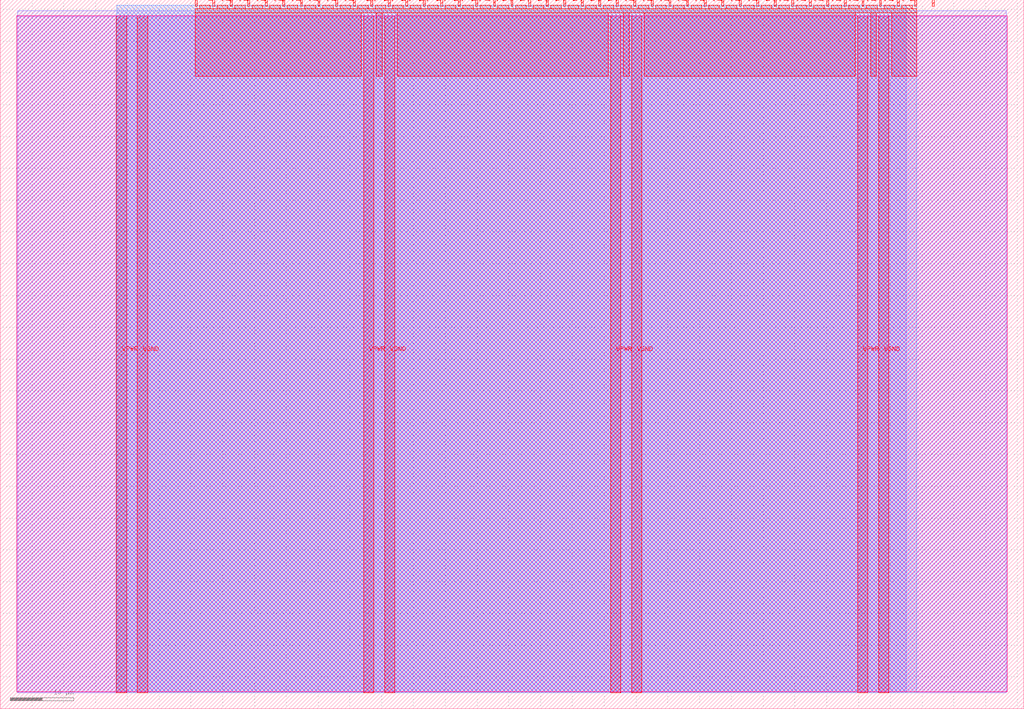
<source format=lef>
VERSION 5.7 ;
  NOWIREEXTENSIONATPIN ON ;
  DIVIDERCHAR "/" ;
  BUSBITCHARS "[]" ;
MACRO tt_um_factory_test
  CLASS BLOCK ;
  FOREIGN tt_um_factory_test ;
  ORIGIN 0.000 0.000 ;
  SIZE 161.000 BY 111.520 ;
  PIN VGND
    DIRECTION INOUT ;
    USE GROUND ;
    PORT
      LAYER met4 ;
        RECT 21.580 2.480 23.180 109.040 ;
    END
    PORT
      LAYER met4 ;
        RECT 60.450 2.480 62.050 109.040 ;
    END
    PORT
      LAYER met4 ;
        RECT 99.320 2.480 100.920 109.040 ;
    END
    PORT
      LAYER met4 ;
        RECT 138.190 2.480 139.790 109.040 ;
    END
  END VGND
  PIN VPWR
    DIRECTION INOUT ;
    USE POWER ;
    PORT
      LAYER met4 ;
        RECT 18.280 2.480 19.880 109.040 ;
    END
    PORT
      LAYER met4 ;
        RECT 57.150 2.480 58.750 109.040 ;
    END
    PORT
      LAYER met4 ;
        RECT 96.020 2.480 97.620 109.040 ;
    END
    PORT
      LAYER met4 ;
        RECT 134.890 2.480 136.490 109.040 ;
    END
  END VPWR
  PIN clk
    DIRECTION INPUT ;
    USE SIGNAL ;
    ANTENNAGATEAREA 0.852000 ;
    PORT
      LAYER met4 ;
        RECT 143.830 110.520 144.130 111.520 ;
    END
  END clk
  PIN ena
    DIRECTION INPUT ;
    USE SIGNAL ;
    PORT
      LAYER met4 ;
        RECT 146.590 110.520 146.890 111.520 ;
    END
  END ena
  PIN rst_n
    DIRECTION INPUT ;
    USE SIGNAL ;
    ANTENNAGATEAREA 0.196500 ;
    PORT
      LAYER met4 ;
        RECT 141.070 110.520 141.370 111.520 ;
    END
  END rst_n
  PIN ui_in[0]
    DIRECTION INPUT ;
    USE SIGNAL ;
    ANTENNAGATEAREA 0.196500 ;
    PORT
      LAYER met4 ;
        RECT 138.310 110.520 138.610 111.520 ;
    END
  END ui_in[0]
  PIN ui_in[1]
    DIRECTION INPUT ;
    USE SIGNAL ;
    ANTENNAGATEAREA 0.213000 ;
    PORT
      LAYER met4 ;
        RECT 135.550 110.520 135.850 111.520 ;
    END
  END ui_in[1]
  PIN ui_in[2]
    DIRECTION INPUT ;
    USE SIGNAL ;
    ANTENNAGATEAREA 0.213000 ;
    PORT
      LAYER met4 ;
        RECT 132.790 110.520 133.090 111.520 ;
    END
  END ui_in[2]
  PIN ui_in[3]
    DIRECTION INPUT ;
    USE SIGNAL ;
    ANTENNAGATEAREA 0.213000 ;
    PORT
      LAYER met4 ;
        RECT 130.030 110.520 130.330 111.520 ;
    END
  END ui_in[3]
  PIN ui_in[4]
    DIRECTION INPUT ;
    USE SIGNAL ;
    ANTENNAGATEAREA 0.213000 ;
    PORT
      LAYER met4 ;
        RECT 127.270 110.520 127.570 111.520 ;
    END
  END ui_in[4]
  PIN ui_in[5]
    DIRECTION INPUT ;
    USE SIGNAL ;
    ANTENNAGATEAREA 0.213000 ;
    PORT
      LAYER met4 ;
        RECT 124.510 110.520 124.810 111.520 ;
    END
  END ui_in[5]
  PIN ui_in[6]
    DIRECTION INPUT ;
    USE SIGNAL ;
    ANTENNAGATEAREA 0.213000 ;
    PORT
      LAYER met4 ;
        RECT 121.750 110.520 122.050 111.520 ;
    END
  END ui_in[6]
  PIN ui_in[7]
    DIRECTION INPUT ;
    USE SIGNAL ;
    ANTENNAGATEAREA 0.213000 ;
    PORT
      LAYER met4 ;
        RECT 118.990 110.520 119.290 111.520 ;
    END
  END ui_in[7]
  PIN uio_in[0]
    DIRECTION INPUT ;
    USE SIGNAL ;
    ANTENNAGATEAREA 0.213000 ;
    PORT
      LAYER met4 ;
        RECT 116.230 110.520 116.530 111.520 ;
    END
  END uio_in[0]
  PIN uio_in[1]
    DIRECTION INPUT ;
    USE SIGNAL ;
    ANTENNAGATEAREA 0.213000 ;
    PORT
      LAYER met4 ;
        RECT 113.470 110.520 113.770 111.520 ;
    END
  END uio_in[1]
  PIN uio_in[2]
    DIRECTION INPUT ;
    USE SIGNAL ;
    ANTENNAGATEAREA 0.213000 ;
    PORT
      LAYER met4 ;
        RECT 110.710 110.520 111.010 111.520 ;
    END
  END uio_in[2]
  PIN uio_in[3]
    DIRECTION INPUT ;
    USE SIGNAL ;
    ANTENNAGATEAREA 0.213000 ;
    PORT
      LAYER met4 ;
        RECT 107.950 110.520 108.250 111.520 ;
    END
  END uio_in[3]
  PIN uio_in[4]
    DIRECTION INPUT ;
    USE SIGNAL ;
    ANTENNAGATEAREA 0.213000 ;
    PORT
      LAYER met4 ;
        RECT 105.190 110.520 105.490 111.520 ;
    END
  END uio_in[4]
  PIN uio_in[5]
    DIRECTION INPUT ;
    USE SIGNAL ;
    ANTENNAGATEAREA 0.213000 ;
    PORT
      LAYER met4 ;
        RECT 102.430 110.520 102.730 111.520 ;
    END
  END uio_in[5]
  PIN uio_in[6]
    DIRECTION INPUT ;
    USE SIGNAL ;
    ANTENNAGATEAREA 0.213000 ;
    PORT
      LAYER met4 ;
        RECT 99.670 110.520 99.970 111.520 ;
    END
  END uio_in[6]
  PIN uio_in[7]
    DIRECTION INPUT ;
    USE SIGNAL ;
    ANTENNAGATEAREA 0.213000 ;
    PORT
      LAYER met4 ;
        RECT 96.910 110.520 97.210 111.520 ;
    END
  END uio_in[7]
  PIN uio_oe[0]
    DIRECTION OUTPUT ;
    USE SIGNAL ;
    ANTENNADIFFAREA 0.445500 ;
    PORT
      LAYER met4 ;
        RECT 49.990 110.520 50.290 111.520 ;
    END
  END uio_oe[0]
  PIN uio_oe[1]
    DIRECTION OUTPUT ;
    USE SIGNAL ;
    ANTENNADIFFAREA 0.445500 ;
    PORT
      LAYER met4 ;
        RECT 47.230 110.520 47.530 111.520 ;
    END
  END uio_oe[1]
  PIN uio_oe[2]
    DIRECTION OUTPUT ;
    USE SIGNAL ;
    ANTENNADIFFAREA 0.445500 ;
    PORT
      LAYER met4 ;
        RECT 44.470 110.520 44.770 111.520 ;
    END
  END uio_oe[2]
  PIN uio_oe[3]
    DIRECTION OUTPUT ;
    USE SIGNAL ;
    ANTENNADIFFAREA 0.445500 ;
    PORT
      LAYER met4 ;
        RECT 41.710 110.520 42.010 111.520 ;
    END
  END uio_oe[3]
  PIN uio_oe[4]
    DIRECTION OUTPUT ;
    USE SIGNAL ;
    ANTENNADIFFAREA 0.445500 ;
    PORT
      LAYER met4 ;
        RECT 38.950 110.520 39.250 111.520 ;
    END
  END uio_oe[4]
  PIN uio_oe[5]
    DIRECTION OUTPUT ;
    USE SIGNAL ;
    ANTENNADIFFAREA 0.445500 ;
    PORT
      LAYER met4 ;
        RECT 36.190 110.520 36.490 111.520 ;
    END
  END uio_oe[5]
  PIN uio_oe[6]
    DIRECTION OUTPUT ;
    USE SIGNAL ;
    ANTENNADIFFAREA 0.445500 ;
    PORT
      LAYER met4 ;
        RECT 33.430 110.520 33.730 111.520 ;
    END
  END uio_oe[6]
  PIN uio_oe[7]
    DIRECTION OUTPUT ;
    USE SIGNAL ;
    ANTENNAGATEAREA 1.608000 ;
    ANTENNADIFFAREA 0.643500 ;
    PORT
      LAYER met4 ;
        RECT 30.670 110.520 30.970 111.520 ;
    END
  END uio_oe[7]
  PIN uio_out[0]
    DIRECTION OUTPUT ;
    USE SIGNAL ;
    ANTENNADIFFAREA 0.643500 ;
    PORT
      LAYER met4 ;
        RECT 72.070 110.520 72.370 111.520 ;
    END
  END uio_out[0]
  PIN uio_out[1]
    DIRECTION OUTPUT ;
    USE SIGNAL ;
    ANTENNADIFFAREA 0.643500 ;
    PORT
      LAYER met4 ;
        RECT 69.310 110.520 69.610 111.520 ;
    END
  END uio_out[1]
  PIN uio_out[2]
    DIRECTION OUTPUT ;
    USE SIGNAL ;
    ANTENNADIFFAREA 0.643500 ;
    PORT
      LAYER met4 ;
        RECT 66.550 110.520 66.850 111.520 ;
    END
  END uio_out[2]
  PIN uio_out[3]
    DIRECTION OUTPUT ;
    USE SIGNAL ;
    ANTENNADIFFAREA 0.643500 ;
    PORT
      LAYER met4 ;
        RECT 63.790 110.520 64.090 111.520 ;
    END
  END uio_out[3]
  PIN uio_out[4]
    DIRECTION OUTPUT ;
    USE SIGNAL ;
    ANTENNADIFFAREA 0.643500 ;
    PORT
      LAYER met4 ;
        RECT 61.030 110.520 61.330 111.520 ;
    END
  END uio_out[4]
  PIN uio_out[5]
    DIRECTION OUTPUT ;
    USE SIGNAL ;
    ANTENNADIFFAREA 0.643500 ;
    PORT
      LAYER met4 ;
        RECT 58.270 110.520 58.570 111.520 ;
    END
  END uio_out[5]
  PIN uio_out[6]
    DIRECTION OUTPUT ;
    USE SIGNAL ;
    ANTENNADIFFAREA 0.643500 ;
    PORT
      LAYER met4 ;
        RECT 55.510 110.520 55.810 111.520 ;
    END
  END uio_out[6]
  PIN uio_out[7]
    DIRECTION OUTPUT ;
    USE SIGNAL ;
    ANTENNADIFFAREA 0.643500 ;
    PORT
      LAYER met4 ;
        RECT 52.750 110.520 53.050 111.520 ;
    END
  END uio_out[7]
  PIN uo_out[0]
    DIRECTION OUTPUT ;
    USE SIGNAL ;
    ANTENNADIFFAREA 0.795200 ;
    PORT
      LAYER met4 ;
        RECT 94.150 110.520 94.450 111.520 ;
    END
  END uo_out[0]
  PIN uo_out[1]
    DIRECTION OUTPUT ;
    USE SIGNAL ;
    ANTENNADIFFAREA 0.429000 ;
    PORT
      LAYER met4 ;
        RECT 91.390 110.520 91.690 111.520 ;
    END
  END uo_out[1]
  PIN uo_out[2]
    DIRECTION OUTPUT ;
    USE SIGNAL ;
    ANTENNADIFFAREA 0.429000 ;
    PORT
      LAYER met4 ;
        RECT 88.630 110.520 88.930 111.520 ;
    END
  END uo_out[2]
  PIN uo_out[3]
    DIRECTION OUTPUT ;
    USE SIGNAL ;
    ANTENNADIFFAREA 0.429000 ;
    PORT
      LAYER met4 ;
        RECT 85.870 110.520 86.170 111.520 ;
    END
  END uo_out[3]
  PIN uo_out[4]
    DIRECTION OUTPUT ;
    USE SIGNAL ;
    ANTENNADIFFAREA 0.429000 ;
    PORT
      LAYER met4 ;
        RECT 83.110 110.520 83.410 111.520 ;
    END
  END uo_out[4]
  PIN uo_out[5]
    DIRECTION OUTPUT ;
    USE SIGNAL ;
    ANTENNADIFFAREA 0.429000 ;
    PORT
      LAYER met4 ;
        RECT 80.350 110.520 80.650 111.520 ;
    END
  END uo_out[5]
  PIN uo_out[6]
    DIRECTION OUTPUT ;
    USE SIGNAL ;
    ANTENNADIFFAREA 0.429000 ;
    PORT
      LAYER met4 ;
        RECT 77.590 110.520 77.890 111.520 ;
    END
  END uo_out[6]
  PIN uo_out[7]
    DIRECTION OUTPUT ;
    USE SIGNAL ;
    ANTENNADIFFAREA 0.429000 ;
    PORT
      LAYER met4 ;
        RECT 74.830 110.520 75.130 111.520 ;
    END
  END uo_out[7]
  OBS
      LAYER nwell ;
        RECT 2.570 2.635 158.430 108.990 ;
      LAYER li1 ;
        RECT 2.760 2.635 158.240 108.885 ;
      LAYER met1 ;
        RECT 2.760 2.480 158.240 109.780 ;
      LAYER met2 ;
        RECT 18.310 2.535 142.510 110.685 ;
      LAYER met3 ;
        RECT 18.290 2.555 144.170 110.665 ;
      LAYER met4 ;
        RECT 31.370 110.120 33.030 110.665 ;
        RECT 34.130 110.120 35.790 110.665 ;
        RECT 36.890 110.120 38.550 110.665 ;
        RECT 39.650 110.120 41.310 110.665 ;
        RECT 42.410 110.120 44.070 110.665 ;
        RECT 45.170 110.120 46.830 110.665 ;
        RECT 47.930 110.120 49.590 110.665 ;
        RECT 50.690 110.120 52.350 110.665 ;
        RECT 53.450 110.120 55.110 110.665 ;
        RECT 56.210 110.120 57.870 110.665 ;
        RECT 58.970 110.120 60.630 110.665 ;
        RECT 61.730 110.120 63.390 110.665 ;
        RECT 64.490 110.120 66.150 110.665 ;
        RECT 67.250 110.120 68.910 110.665 ;
        RECT 70.010 110.120 71.670 110.665 ;
        RECT 72.770 110.120 74.430 110.665 ;
        RECT 75.530 110.120 77.190 110.665 ;
        RECT 78.290 110.120 79.950 110.665 ;
        RECT 81.050 110.120 82.710 110.665 ;
        RECT 83.810 110.120 85.470 110.665 ;
        RECT 86.570 110.120 88.230 110.665 ;
        RECT 89.330 110.120 90.990 110.665 ;
        RECT 92.090 110.120 93.750 110.665 ;
        RECT 94.850 110.120 96.510 110.665 ;
        RECT 97.610 110.120 99.270 110.665 ;
        RECT 100.370 110.120 102.030 110.665 ;
        RECT 103.130 110.120 104.790 110.665 ;
        RECT 105.890 110.120 107.550 110.665 ;
        RECT 108.650 110.120 110.310 110.665 ;
        RECT 111.410 110.120 113.070 110.665 ;
        RECT 114.170 110.120 115.830 110.665 ;
        RECT 116.930 110.120 118.590 110.665 ;
        RECT 119.690 110.120 121.350 110.665 ;
        RECT 122.450 110.120 124.110 110.665 ;
        RECT 125.210 110.120 126.870 110.665 ;
        RECT 127.970 110.120 129.630 110.665 ;
        RECT 130.730 110.120 132.390 110.665 ;
        RECT 133.490 110.120 135.150 110.665 ;
        RECT 136.250 110.120 137.910 110.665 ;
        RECT 139.010 110.120 140.670 110.665 ;
        RECT 141.770 110.120 143.430 110.665 ;
        RECT 30.655 109.440 144.145 110.120 ;
        RECT 30.655 99.455 56.750 109.440 ;
        RECT 59.150 99.455 60.050 109.440 ;
        RECT 62.450 99.455 95.620 109.440 ;
        RECT 98.020 99.455 98.920 109.440 ;
        RECT 101.320 99.455 134.490 109.440 ;
        RECT 136.890 99.455 137.790 109.440 ;
        RECT 140.190 99.455 144.145 109.440 ;
  END
END tt_um_factory_test
END LIBRARY


</source>
